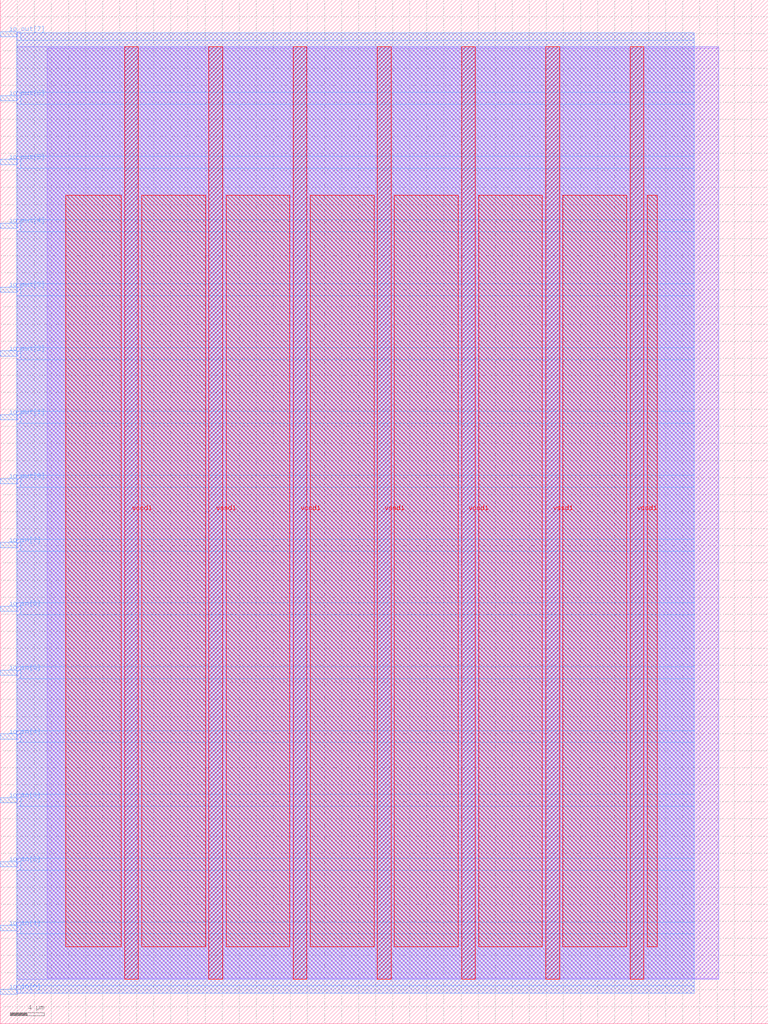
<source format=lef>
VERSION 5.7 ;
  NOWIREEXTENSIONATPIN ON ;
  DIVIDERCHAR "/" ;
  BUSBITCHARS "[]" ;
MACRO chrisruk_matrix
  CLASS BLOCK ;
  FOREIGN chrisruk_matrix ;
  ORIGIN 0.000 0.000 ;
  SIZE 90.000 BY 120.000 ;
  PIN io_in[0]
    DIRECTION INPUT ;
    USE SIGNAL ;
    PORT
      LAYER met3 ;
        RECT 0.000 3.440 2.000 4.040 ;
    END
  END io_in[0]
  PIN io_in[1]
    DIRECTION INPUT ;
    USE SIGNAL ;
    PORT
      LAYER met3 ;
        RECT 0.000 10.920 2.000 11.520 ;
    END
  END io_in[1]
  PIN io_in[2]
    DIRECTION INPUT ;
    USE SIGNAL ;
    PORT
      LAYER met3 ;
        RECT 0.000 18.400 2.000 19.000 ;
    END
  END io_in[2]
  PIN io_in[3]
    DIRECTION INPUT ;
    USE SIGNAL ;
    PORT
      LAYER met3 ;
        RECT 0.000 25.880 2.000 26.480 ;
    END
  END io_in[3]
  PIN io_in[4]
    DIRECTION INPUT ;
    USE SIGNAL ;
    PORT
      LAYER met3 ;
        RECT 0.000 33.360 2.000 33.960 ;
    END
  END io_in[4]
  PIN io_in[5]
    DIRECTION INPUT ;
    USE SIGNAL ;
    PORT
      LAYER met3 ;
        RECT 0.000 40.840 2.000 41.440 ;
    END
  END io_in[5]
  PIN io_in[6]
    DIRECTION INPUT ;
    USE SIGNAL ;
    PORT
      LAYER met3 ;
        RECT 0.000 48.320 2.000 48.920 ;
    END
  END io_in[6]
  PIN io_in[7]
    DIRECTION INPUT ;
    USE SIGNAL ;
    PORT
      LAYER met3 ;
        RECT 0.000 55.800 2.000 56.400 ;
    END
  END io_in[7]
  PIN io_out[0]
    DIRECTION OUTPUT TRISTATE ;
    USE SIGNAL ;
    PORT
      LAYER met3 ;
        RECT 0.000 63.280 2.000 63.880 ;
    END
  END io_out[0]
  PIN io_out[1]
    DIRECTION OUTPUT TRISTATE ;
    USE SIGNAL ;
    PORT
      LAYER met3 ;
        RECT 0.000 70.760 2.000 71.360 ;
    END
  END io_out[1]
  PIN io_out[2]
    DIRECTION OUTPUT TRISTATE ;
    USE SIGNAL ;
    PORT
      LAYER met3 ;
        RECT 0.000 78.240 2.000 78.840 ;
    END
  END io_out[2]
  PIN io_out[3]
    DIRECTION OUTPUT TRISTATE ;
    USE SIGNAL ;
    PORT
      LAYER met3 ;
        RECT 0.000 85.720 2.000 86.320 ;
    END
  END io_out[3]
  PIN io_out[4]
    DIRECTION OUTPUT TRISTATE ;
    USE SIGNAL ;
    PORT
      LAYER met3 ;
        RECT 0.000 93.200 2.000 93.800 ;
    END
  END io_out[4]
  PIN io_out[5]
    DIRECTION OUTPUT TRISTATE ;
    USE SIGNAL ;
    PORT
      LAYER met3 ;
        RECT 0.000 100.680 2.000 101.280 ;
    END
  END io_out[5]
  PIN io_out[6]
    DIRECTION OUTPUT TRISTATE ;
    USE SIGNAL ;
    PORT
      LAYER met3 ;
        RECT 0.000 108.160 2.000 108.760 ;
    END
  END io_out[6]
  PIN io_out[7]
    DIRECTION OUTPUT TRISTATE ;
    USE SIGNAL ;
    PORT
      LAYER met3 ;
        RECT 0.000 115.640 2.000 116.240 ;
    END
  END io_out[7]
  PIN vccd1
    DIRECTION INOUT ;
    USE POWER ;
    PORT
      LAYER met4 ;
        RECT 14.590 5.200 16.190 114.480 ;
    END
    PORT
      LAYER met4 ;
        RECT 34.330 5.200 35.930 114.480 ;
    END
    PORT
      LAYER met4 ;
        RECT 54.070 5.200 55.670 114.480 ;
    END
    PORT
      LAYER met4 ;
        RECT 73.810 5.200 75.410 114.480 ;
    END
  END vccd1
  PIN vssd1
    DIRECTION INOUT ;
    USE GROUND ;
    PORT
      LAYER met4 ;
        RECT 24.460 5.200 26.060 114.480 ;
    END
    PORT
      LAYER met4 ;
        RECT 44.200 5.200 45.800 114.480 ;
    END
    PORT
      LAYER met4 ;
        RECT 63.940 5.200 65.540 114.480 ;
    END
  END vssd1
  OBS
      LAYER li1 ;
        RECT 5.520 5.355 84.180 114.325 ;
      LAYER met1 ;
        RECT 1.910 5.200 84.180 114.480 ;
      LAYER met2 ;
        RECT 1.930 3.555 81.330 116.125 ;
      LAYER met3 ;
        RECT 2.400 115.240 81.355 116.105 ;
        RECT 1.905 109.160 81.355 115.240 ;
        RECT 2.400 107.760 81.355 109.160 ;
        RECT 1.905 101.680 81.355 107.760 ;
        RECT 2.400 100.280 81.355 101.680 ;
        RECT 1.905 94.200 81.355 100.280 ;
        RECT 2.400 92.800 81.355 94.200 ;
        RECT 1.905 86.720 81.355 92.800 ;
        RECT 2.400 85.320 81.355 86.720 ;
        RECT 1.905 79.240 81.355 85.320 ;
        RECT 2.400 77.840 81.355 79.240 ;
        RECT 1.905 71.760 81.355 77.840 ;
        RECT 2.400 70.360 81.355 71.760 ;
        RECT 1.905 64.280 81.355 70.360 ;
        RECT 2.400 62.880 81.355 64.280 ;
        RECT 1.905 56.800 81.355 62.880 ;
        RECT 2.400 55.400 81.355 56.800 ;
        RECT 1.905 49.320 81.355 55.400 ;
        RECT 2.400 47.920 81.355 49.320 ;
        RECT 1.905 41.840 81.355 47.920 ;
        RECT 2.400 40.440 81.355 41.840 ;
        RECT 1.905 34.360 81.355 40.440 ;
        RECT 2.400 32.960 81.355 34.360 ;
        RECT 1.905 26.880 81.355 32.960 ;
        RECT 2.400 25.480 81.355 26.880 ;
        RECT 1.905 19.400 81.355 25.480 ;
        RECT 2.400 18.000 81.355 19.400 ;
        RECT 1.905 11.920 81.355 18.000 ;
        RECT 2.400 10.520 81.355 11.920 ;
        RECT 1.905 4.440 81.355 10.520 ;
        RECT 2.400 3.575 81.355 4.440 ;
      LAYER met4 ;
        RECT 7.655 9.015 14.190 97.065 ;
        RECT 16.590 9.015 24.060 97.065 ;
        RECT 26.460 9.015 33.930 97.065 ;
        RECT 36.330 9.015 43.800 97.065 ;
        RECT 46.200 9.015 53.670 97.065 ;
        RECT 56.070 9.015 63.540 97.065 ;
        RECT 65.940 9.015 73.410 97.065 ;
        RECT 75.810 9.015 76.985 97.065 ;
  END
END chrisruk_matrix
END LIBRARY


</source>
